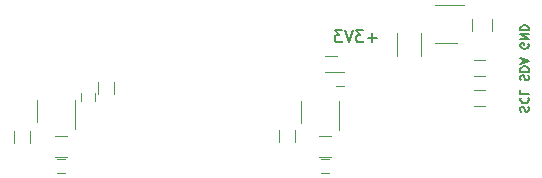
<source format=gbo>
G04 #@! TF.FileFunction,Legend,Bot*
%FSLAX46Y46*%
G04 Gerber Fmt 4.6, Leading zero omitted, Abs format (unit mm)*
G04 Created by KiCad (PCBNEW 4.0.6) date Mon Jan  8 18:00:33 2018*
%MOMM*%
%LPD*%
G01*
G04 APERTURE LIST*
%ADD10C,0.100000*%
%ADD11C,0.150000*%
%ADD12C,0.200000*%
%ADD13C,0.120000*%
G04 APERTURE END LIST*
D10*
D11*
X108151667Y-73756715D02*
X108118333Y-73649572D01*
X108118333Y-73471001D01*
X108151667Y-73399572D01*
X108185000Y-73363858D01*
X108251667Y-73328143D01*
X108318333Y-73328143D01*
X108385000Y-73363858D01*
X108418333Y-73399572D01*
X108451667Y-73471001D01*
X108485000Y-73613858D01*
X108518333Y-73685286D01*
X108551667Y-73721001D01*
X108618333Y-73756715D01*
X108685000Y-73756715D01*
X108751667Y-73721001D01*
X108785000Y-73685286D01*
X108818333Y-73613858D01*
X108818333Y-73435286D01*
X108785000Y-73328143D01*
X108185000Y-72578143D02*
X108151667Y-72613857D01*
X108118333Y-72721000D01*
X108118333Y-72792429D01*
X108151667Y-72899572D01*
X108218333Y-72971000D01*
X108285000Y-73006715D01*
X108418333Y-73042429D01*
X108518333Y-73042429D01*
X108651667Y-73006715D01*
X108718333Y-72971000D01*
X108785000Y-72899572D01*
X108818333Y-72792429D01*
X108818333Y-72721000D01*
X108785000Y-72613857D01*
X108751667Y-72578143D01*
X108118333Y-71899572D02*
X108118333Y-72256715D01*
X108818333Y-72256715D01*
X108151667Y-71113857D02*
X108118333Y-71006714D01*
X108118333Y-70828143D01*
X108151667Y-70756714D01*
X108185000Y-70721000D01*
X108251667Y-70685285D01*
X108318333Y-70685285D01*
X108385000Y-70721000D01*
X108418333Y-70756714D01*
X108451667Y-70828143D01*
X108485000Y-70971000D01*
X108518333Y-71042428D01*
X108551667Y-71078143D01*
X108618333Y-71113857D01*
X108685000Y-71113857D01*
X108751667Y-71078143D01*
X108785000Y-71042428D01*
X108818333Y-70971000D01*
X108818333Y-70792428D01*
X108785000Y-70685285D01*
X108118333Y-70363857D02*
X108818333Y-70363857D01*
X108818333Y-70185285D01*
X108785000Y-70078142D01*
X108718333Y-70006714D01*
X108651667Y-69970999D01*
X108518333Y-69935285D01*
X108418333Y-69935285D01*
X108285000Y-69970999D01*
X108218333Y-70006714D01*
X108151667Y-70078142D01*
X108118333Y-70185285D01*
X108118333Y-70363857D01*
X108318333Y-69649571D02*
X108318333Y-69292428D01*
X108118333Y-69720999D02*
X108818333Y-69470999D01*
X108118333Y-69220999D01*
X108785000Y-68006713D02*
X108818333Y-68078142D01*
X108818333Y-68185285D01*
X108785000Y-68292428D01*
X108718333Y-68363856D01*
X108651667Y-68399571D01*
X108518333Y-68435285D01*
X108418333Y-68435285D01*
X108285000Y-68399571D01*
X108218333Y-68363856D01*
X108151667Y-68292428D01*
X108118333Y-68185285D01*
X108118333Y-68113856D01*
X108151667Y-68006713D01*
X108185000Y-67970999D01*
X108418333Y-67970999D01*
X108418333Y-68113856D01*
X108118333Y-67649571D02*
X108818333Y-67649571D01*
X108118333Y-67220999D01*
X108818333Y-67220999D01*
X108118333Y-66863857D02*
X108818333Y-66863857D01*
X108818333Y-66685285D01*
X108785000Y-66578142D01*
X108718333Y-66506714D01*
X108651667Y-66470999D01*
X108518333Y-66435285D01*
X108418333Y-66435285D01*
X108285000Y-66470999D01*
X108218333Y-66506714D01*
X108151667Y-66578142D01*
X108118333Y-66685285D01*
X108118333Y-66863857D01*
D12*
X95972905Y-67500429D02*
X95211000Y-67500429D01*
X95591952Y-67881381D02*
X95591952Y-67119476D01*
X94830048Y-66881381D02*
X94211000Y-66881381D01*
X94544334Y-67262333D01*
X94401476Y-67262333D01*
X94306238Y-67309952D01*
X94258619Y-67357571D01*
X94211000Y-67452810D01*
X94211000Y-67690905D01*
X94258619Y-67786143D01*
X94306238Y-67833762D01*
X94401476Y-67881381D01*
X94687191Y-67881381D01*
X94782429Y-67833762D01*
X94830048Y-67786143D01*
X93925286Y-66881381D02*
X93591953Y-67881381D01*
X93258619Y-66881381D01*
X93020524Y-66881381D02*
X92401476Y-66881381D01*
X92734810Y-67262333D01*
X92591952Y-67262333D01*
X92496714Y-67309952D01*
X92449095Y-67357571D01*
X92401476Y-67452810D01*
X92401476Y-67690905D01*
X92449095Y-67786143D01*
X92496714Y-67833762D01*
X92591952Y-67881381D01*
X92877667Y-67881381D01*
X92972905Y-67833762D01*
X93020524Y-67786143D01*
D13*
X104052000Y-66921000D02*
X104052000Y-65921000D01*
X105752000Y-65921000D02*
X105752000Y-66921000D01*
X97659000Y-69072000D02*
X97659000Y-67072000D01*
X99699000Y-67072000D02*
X99699000Y-69072000D01*
X92487000Y-71593000D02*
X93187000Y-71593000D01*
X93187000Y-70393000D02*
X92487000Y-70393000D01*
X91905000Y-77759000D02*
X91205000Y-77759000D01*
X91205000Y-78959000D02*
X91905000Y-78959000D01*
X70878000Y-72159000D02*
X70878000Y-72859000D01*
X72078000Y-72859000D02*
X72078000Y-72159000D01*
X69565000Y-77759000D02*
X68865000Y-77759000D01*
X68865000Y-78959000D02*
X69565000Y-78959000D01*
X91051000Y-75858000D02*
X92051000Y-75858000D01*
X92051000Y-77558000D02*
X91051000Y-77558000D01*
X68699000Y-75858000D02*
X69699000Y-75858000D01*
X69699000Y-77558000D02*
X68699000Y-77558000D01*
X104148000Y-73324000D02*
X105148000Y-73324000D01*
X105148000Y-71964000D02*
X104148000Y-71964000D01*
X104148000Y-70784000D02*
X105148000Y-70784000D01*
X105148000Y-69424000D02*
X104148000Y-69424000D01*
X87712000Y-75319000D02*
X87712000Y-76319000D01*
X89072000Y-76319000D02*
X89072000Y-75319000D01*
X92552000Y-69035000D02*
X91552000Y-69035000D01*
X91552000Y-70395000D02*
X92552000Y-70395000D01*
X65210000Y-75438000D02*
X65210000Y-76438000D01*
X66570000Y-76438000D02*
X66570000Y-75438000D01*
X73682000Y-72247000D02*
X73682000Y-71247000D01*
X72322000Y-71247000D02*
X72322000Y-72247000D01*
X102711000Y-67970000D02*
X100911000Y-67970000D01*
X100911000Y-64750000D02*
X103361000Y-64750000D01*
X89515000Y-74687000D02*
X89515000Y-72887000D01*
X92735000Y-72887000D02*
X92735000Y-75337000D01*
X67158000Y-74603000D02*
X67158000Y-72803000D01*
X70378000Y-72803000D02*
X70378000Y-75253000D01*
M02*

</source>
